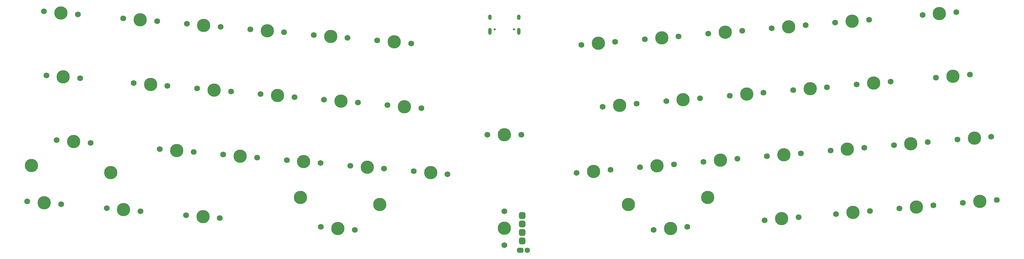
<source format=gbr>
%TF.GenerationSoftware,KiCad,Pcbnew,(7.0.0)*%
%TF.CreationDate,2024-04-21T10:39:13+02:00*%
%TF.ProjectId,Arrowhead,4172726f-7768-4656-9164-2e6b69636164,rev?*%
%TF.SameCoordinates,Original*%
%TF.FileFunction,Soldermask,Top*%
%TF.FilePolarity,Negative*%
%FSLAX46Y46*%
G04 Gerber Fmt 4.6, Leading zero omitted, Abs format (unit mm)*
G04 Created by KiCad (PCBNEW (7.0.0)) date 2024-04-21 10:39:13*
%MOMM*%
%LPD*%
G01*
G04 APERTURE LIST*
%ADD10C,1.750000*%
%ADD11C,3.987800*%
%ADD12O,2.100000X1.600000*%
%ADD13C,1.600000*%
%ADD14C,0.650000*%
%ADD15O,1.000000X1.600000*%
%ADD16O,1.000000X2.100000*%
G04 APERTURE END LIST*
D10*
%TO.C,MX45*%
X299139374Y-93545516D03*
D11*
X304200043Y-93102765D03*
D10*
X309260712Y-92660014D03*
%TD*%
%TO.C,MX26*%
X77992466Y-75757901D03*
D11*
X83053135Y-76200652D03*
D10*
X88113804Y-76643403D03*
%TD*%
%TO.C,MX6*%
X142990004Y-43198913D03*
D11*
X148050673Y-43641664D03*
D10*
X153111342Y-44084415D03*
%TD*%
%TO.C,MX38*%
X62099017Y-93490172D03*
D11*
X67159686Y-93932923D03*
D10*
X72220355Y-94375674D03*
%TD*%
%TO.C,MX31*%
X202591512Y-82869591D03*
D11*
X207652181Y-82426840D03*
D10*
X212712850Y-81984089D03*
%TD*%
%TO.C,MX41*%
X175895000Y-71437500D03*
D11*
X180975000Y-71437500D03*
D10*
X186055000Y-71437500D03*
%TD*%
%TO.C,MX22*%
X267352476Y-58080973D03*
D11*
X272413145Y-57638222D03*
D10*
X277473814Y-57195471D03*
%TD*%
%TO.C,MX35*%
X278501548Y-76228324D03*
D11*
X283562217Y-75785573D03*
D10*
X288622886Y-75342822D03*
%TD*%
%TO.C,MX19*%
X210419949Y-63061924D03*
D11*
X215480618Y-62619173D03*
D10*
X220541287Y-62176422D03*
%TD*%
D12*
%TO.C,EN1*%
X186349999Y-103584499D03*
X186349999Y-103060499D03*
X186349999Y-101044499D03*
X186349999Y-100520499D03*
X186349999Y-98504499D03*
X186349999Y-97980499D03*
D13*
X187825000Y-106060500D03*
D12*
X185724999Y-106060499D03*
X186349999Y-95964499D03*
X186349999Y-95440499D03*
%TD*%
D10*
%TO.C,MX23*%
X286329985Y-56420656D03*
D11*
X291390654Y-55977905D03*
D10*
X296451323Y-55535154D03*
%TD*%
%TO.C,MX46*%
X318116883Y-91885199D03*
D11*
X323177552Y-91442448D03*
D10*
X328238221Y-90999697D03*
%TD*%
%TO.C,MX48*%
X180975000Y-104592500D03*
D11*
X180975000Y-99512500D03*
D10*
X180975000Y-94432500D03*
%TD*%
%TO.C,MX8*%
X222992764Y-42839177D03*
D11*
X228053433Y-42396426D03*
D10*
X233114102Y-41953675D03*
%TD*%
%TO.C,MX5*%
X124012495Y-41538596D03*
D11*
X129073164Y-41981347D03*
D10*
X134133833Y-42424098D03*
%TD*%
%TO.C,MX11*%
X279925291Y-37858226D03*
D11*
X284985960Y-37415475D03*
D10*
X290046629Y-36972724D03*
%TD*%
%TO.C,MX43*%
X258812992Y-97077125D03*
D11*
X263873661Y-96634374D03*
D10*
X268934330Y-96191623D03*
%TD*%
%TO.C,MX33*%
X240546530Y-79548957D03*
D11*
X245607199Y-79106206D03*
D10*
X250667868Y-78663455D03*
%TD*%
%TO.C,MX32*%
X221569021Y-81209274D03*
D11*
X226629690Y-80766523D03*
D10*
X231690359Y-80323772D03*
%TD*%
%TO.C,MX4*%
X105034986Y-39878279D03*
D11*
X110095655Y-40321030D03*
D10*
X115156324Y-40763781D03*
%TD*%
%TO.C,MX34*%
X259524039Y-77888640D03*
D11*
X264584708Y-77445889D03*
D10*
X269645377Y-77003138D03*
%TD*%
%TO.C,MX12*%
X306019366Y-35575291D03*
D11*
X311080035Y-35132540D03*
D10*
X316140704Y-34689789D03*
%TD*%
%TO.C,MX27*%
X96969975Y-77418218D03*
D11*
X102030644Y-77860969D03*
D10*
X107091313Y-78303720D03*
%TD*%
%TO.C,MX20*%
X229397458Y-61401607D03*
D11*
X234458127Y-60958856D03*
D10*
X239518796Y-60516105D03*
%TD*%
%TO.C,MX14*%
X70164028Y-55950233D03*
D11*
X75224697Y-56392984D03*
D10*
X80285366Y-56835735D03*
%TD*%
%TO.C,MX1*%
X43358081Y-34482249D03*
D11*
X48418750Y-34925000D03*
D10*
X53479419Y-35367751D03*
%TD*%
%TO.C,MX21*%
X248374967Y-59741290D03*
D11*
X253435636Y-59298539D03*
D10*
X258496305Y-58855788D03*
%TD*%
%TO.C,MX28*%
X115947484Y-79078535D03*
D11*
X121008153Y-79521286D03*
D10*
X126068822Y-79964037D03*
%TD*%
D11*
%TO.C,S3*%
X39634268Y-80688526D03*
X63356154Y-82763922D03*
%TD*%
D10*
%TO.C,MX9*%
X241970273Y-41178860D03*
D11*
X247030942Y-40736109D03*
D10*
X252091611Y-40293358D03*
%TD*%
%TO.C,MX7*%
X204015255Y-44499494D03*
D11*
X209075924Y-44056743D03*
D10*
X214136593Y-43613992D03*
%TD*%
%TO.C,MX30*%
X153902502Y-82399168D03*
D11*
X158963171Y-82841919D03*
D10*
X164023840Y-83284670D03*
%TD*%
%TO.C,MX44*%
X280161865Y-95205833D03*
D11*
X285222534Y-94763082D03*
D10*
X290283203Y-94320331D03*
%TD*%
%TO.C,MX39*%
X85820903Y-95565568D03*
D11*
X90881572Y-96008319D03*
D10*
X95942241Y-96451070D03*
%TD*%
%TO.C,MX13*%
X44069953Y-53667298D03*
D11*
X49130622Y-54110049D03*
D10*
X54191291Y-54552800D03*
%TD*%
%TO.C,MX3*%
X86057477Y-38217962D03*
D11*
X91118146Y-38660713D03*
D10*
X96178815Y-39103464D03*
%TD*%
%TO.C,MX47*%
X316456566Y-72907690D03*
D11*
X321517235Y-72464939D03*
D10*
X326577904Y-72022188D03*
%TD*%
%TO.C,MX29*%
X134924993Y-80738851D03*
D11*
X139985662Y-81181602D03*
D10*
X145046331Y-81624353D03*
%TD*%
%TO.C,MX24*%
X310051872Y-54345260D03*
D11*
X315112541Y-53902509D03*
D10*
X320173210Y-53459758D03*
%TD*%
%TO.C,MX40*%
X126148110Y-99093742D03*
D11*
X131208779Y-99536493D03*
D10*
X136269448Y-99979244D03*
%TD*%
%TO.C,MX36*%
X297479057Y-74568007D03*
D11*
X302539726Y-74125256D03*
D10*
X307600395Y-73682505D03*
%TD*%
%TO.C,MX10*%
X260947782Y-39518543D03*
D11*
X266008451Y-39075792D03*
D10*
X271069120Y-38633041D03*
%TD*%
%TO.C,MX15*%
X89141537Y-57610550D03*
D11*
X94202206Y-58053301D03*
D10*
X99262875Y-58496052D03*
%TD*%
%TO.C,MX18*%
X146074064Y-62591501D03*
D11*
X151134733Y-63034252D03*
D10*
X156195402Y-63477003D03*
%TD*%
D11*
%TO.C,S1*%
X143789193Y-92350604D03*
X120067307Y-90275208D03*
%TD*%
D10*
%TO.C,MX17*%
X127096555Y-60931184D03*
D11*
X132157224Y-61373935D03*
D10*
X137217893Y-61816686D03*
%TD*%
%TO.C,MX25*%
X47154013Y-73059886D03*
D11*
X52214682Y-73502637D03*
D10*
X57275351Y-73945388D03*
%TD*%
%TO.C,MX2*%
X67079968Y-36557645D03*
D11*
X72140637Y-37000396D03*
D10*
X77201306Y-37443147D03*
%TD*%
D11*
%TO.C,S2*%
X241801896Y-90275770D03*
X218080010Y-92351166D03*
%TD*%
D10*
%TO.C,MX16*%
X108119046Y-59270867D03*
D11*
X113179715Y-59713618D03*
D10*
X118240384Y-60156369D03*
%TD*%
%TO.C,MX42*%
X225599755Y-99979806D03*
D11*
X230660424Y-99537055D03*
D10*
X235721093Y-99094304D03*
%TD*%
%TO.C,MX37*%
X38377131Y-91414776D03*
D11*
X43437800Y-91857527D03*
D10*
X48498469Y-92300278D03*
%TD*%
D14*
%TO.C,J1*%
X178085000Y-39906250D03*
X183865000Y-39906250D03*
D15*
X176654999Y-36256249D03*
D16*
X176654999Y-40436249D03*
D15*
X185294999Y-36256249D03*
D16*
X185294999Y-40436249D03*
%TD*%
M02*

</source>
